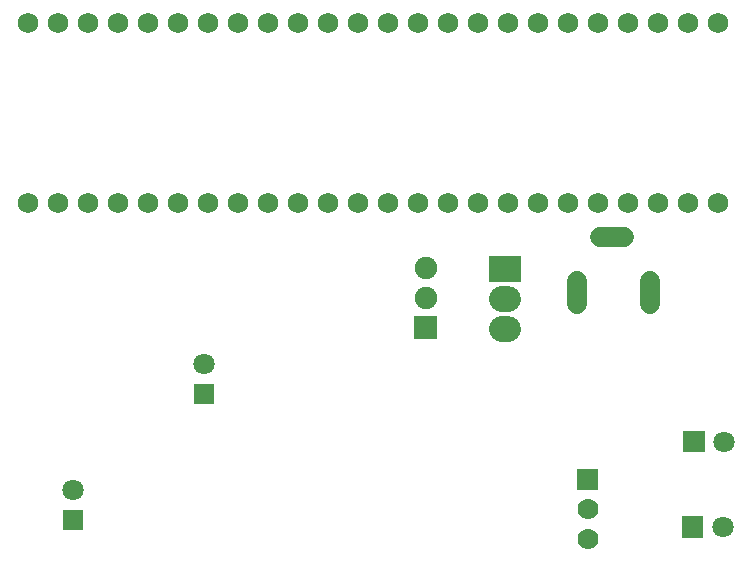
<source format=gbs>
G04 Layer: BottomSolderMaskLayer*
G04 EasyEDA v6.3.22, 2020-03-24T12:14:19+11:00*
G04 be55d0e875064f4eac6341afbdbda93d,8b00c40d607e4de580d566db1ee26a9b,10*
G04 Gerber Generator version 0.2*
G04 Scale: 100 percent, Rotated: No, Reflected: No *
G04 Dimensions in millimeters *
G04 leading zeros omitted , absolute positions ,3 integer and 3 decimal *
%FSLAX33Y33*%
%MOMM*%
G90*
G71D02*

%ADD34C,2.203196*%
%ADD35C,1.703197*%
%ADD38C,1.903197*%
%ADD39C,1.727200*%
%ADD42R,1.803197X1.803197*%
%ADD43C,1.803197*%
%ADD45C,1.778000*%

%LPD*%
G54D34*
G01X42921Y20447D02*
G01X42422Y20447D01*
G01X42921Y22987D02*
G01X42422Y22987D01*
G54D35*
G01X54916Y22557D02*
G01X54916Y24557D01*
G01X52716Y28258D02*
G01X50716Y28258D01*
G01X48716Y22557D02*
G01X48716Y24557D01*
G36*
G01X34988Y19621D02*
G01X34988Y21526D01*
G01X36893Y21526D01*
G01X36893Y19621D01*
G01X34988Y19621D01*
G37*
G54D38*
G01X35941Y23114D03*
G01X35941Y25654D03*
G54D39*
G01X60706Y46355D03*
G01X58166Y46355D03*
G01X55626Y46355D03*
G01X53086Y46355D03*
G01X50546Y46355D03*
G01X48006Y46355D03*
G01X45466Y46355D03*
G01X42926Y46355D03*
G01X40386Y46355D03*
G01X37846Y46355D03*
G01X35306Y46355D03*
G01X32766Y46355D03*
G01X30226Y46355D03*
G01X27686Y46355D03*
G01X25146Y46355D03*
G01X22606Y46355D03*
G01X20066Y46355D03*
G01X17526Y46355D03*
G01X14986Y46355D03*
G01X12446Y46355D03*
G01X9906Y46355D03*
G01X7366Y46355D03*
G01X4826Y46355D03*
G01X2286Y46355D03*
G01X2286Y31115D03*
G01X4826Y31115D03*
G01X7366Y31115D03*
G01X9906Y31115D03*
G01X12446Y31115D03*
G01X14986Y31115D03*
G01X17526Y31115D03*
G01X20066Y31115D03*
G01X22606Y31115D03*
G01X25146Y31115D03*
G01X27686Y31115D03*
G01X30226Y31115D03*
G01X32766Y31115D03*
G01X35306Y31115D03*
G01X37846Y31115D03*
G01X40386Y31115D03*
G01X42926Y31115D03*
G01X45466Y31115D03*
G01X48006Y31115D03*
G01X50546Y31115D03*
G01X53086Y31115D03*
G01X55626Y31115D03*
G01X58166Y31115D03*
G01X60706Y31115D03*
G36*
G01X41320Y24424D02*
G01X41320Y26629D01*
G01X44023Y26629D01*
G01X44023Y24424D01*
G01X41320Y24424D01*
G37*
G54D42*
G01X6096Y4318D03*
G54D43*
G01X6096Y6858D03*
G36*
G01X57772Y10020D02*
G01X57772Y11823D01*
G01X59575Y11823D01*
G01X59575Y10020D01*
G01X57772Y10020D01*
G37*
G01X61214Y10922D03*
G36*
G01X57645Y2781D02*
G01X57645Y4584D01*
G01X59448Y4584D01*
G01X59448Y2781D01*
G01X57645Y2781D01*
G37*
G01X61087Y3683D03*
G54D42*
G01X17145Y14986D03*
G54D43*
G01X17145Y17526D03*
G54D45*
G01X49657Y2667D03*
G01X49657Y5207D03*
G36*
G01X48768Y6858D02*
G01X48768Y8636D01*
G01X50546Y8636D01*
G01X50546Y6858D01*
G01X48768Y6858D01*
G37*
M00*
M02*

</source>
